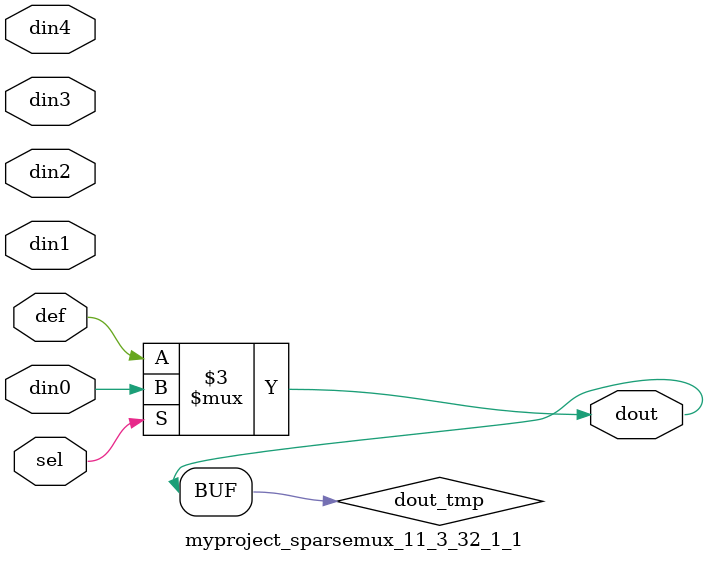
<source format=v>
`timescale 1ns / 1ps

module myproject_sparsemux_11_3_32_1_1 (din0,din1,din2,din3,din4,def,sel,dout);

parameter din0_WIDTH = 1;

parameter din1_WIDTH = 1;

parameter din2_WIDTH = 1;

parameter din3_WIDTH = 1;

parameter din4_WIDTH = 1;

parameter def_WIDTH = 1;
parameter sel_WIDTH = 1;
parameter dout_WIDTH = 1;

parameter [sel_WIDTH-1:0] CASE0 = 1;

parameter [sel_WIDTH-1:0] CASE1 = 1;

parameter [sel_WIDTH-1:0] CASE2 = 1;

parameter [sel_WIDTH-1:0] CASE3 = 1;

parameter [sel_WIDTH-1:0] CASE4 = 1;

parameter ID = 1;
parameter NUM_STAGE = 1;



input [din0_WIDTH-1:0] din0;

input [din1_WIDTH-1:0] din1;

input [din2_WIDTH-1:0] din2;

input [din3_WIDTH-1:0] din3;

input [din4_WIDTH-1:0] din4;

input [def_WIDTH-1:0] def;
input [sel_WIDTH-1:0] sel;

output [dout_WIDTH-1:0] dout;



reg [dout_WIDTH-1:0] dout_tmp;

always @ (*) begin
case (sel)
    
    CASE0 : dout_tmp = din0;
    
    CASE1 : dout_tmp = din1;
    
    CASE2 : dout_tmp = din2;
    
    CASE3 : dout_tmp = din3;
    
    CASE4 : dout_tmp = din4;
    
    default : dout_tmp = def;
endcase
end


assign dout = dout_tmp;



endmodule

</source>
